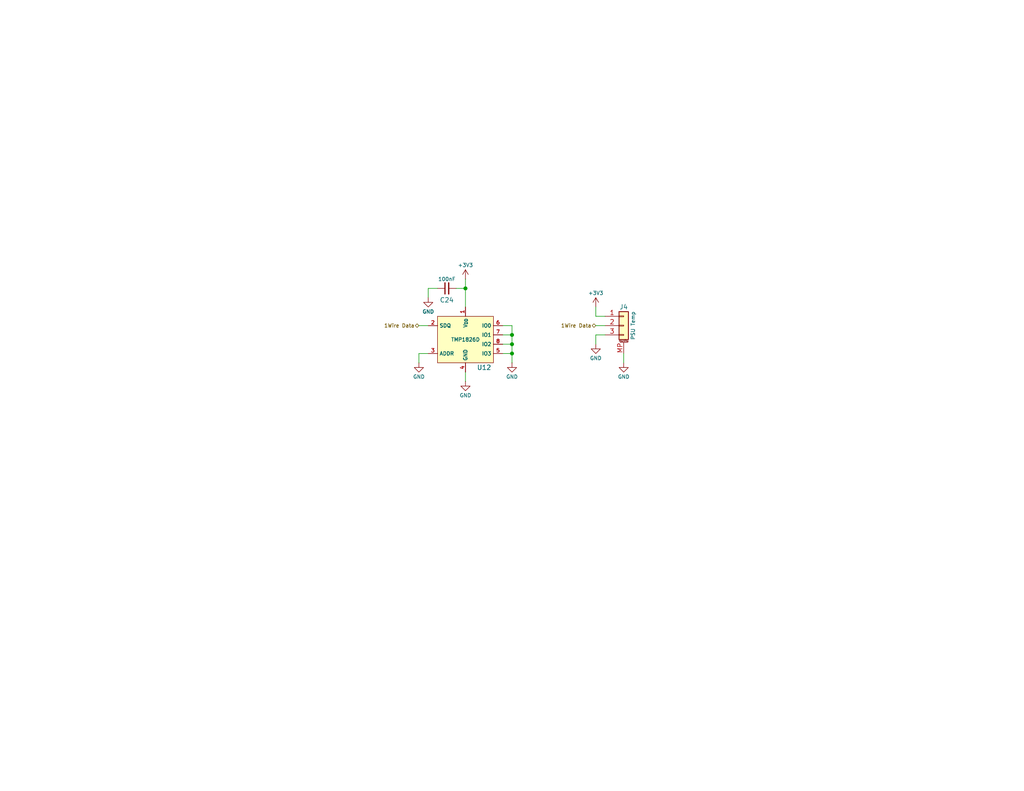
<source format=kicad_sch>
(kicad_sch (version 20231120) (generator "eeschema") (generator_version "8.0")
  (paper "USLetter")
  (title_block (title "Temperature Sensors") (date "2025-02-06") (rev "1.0.1") (company "Erratic.Tech"))
  (lib_symbols
    (symbol "KiLight Mono:+3V3" (power) (pin_numbers hide) (pin_names (offset 0) hide)
      (property "Value" "+3V3" (at 0 3.556 0))
      (symbol "+3V3_0_1"
        (polyline (pts (xy -0.762 1.27) (xy 0 2.54)))
        (polyline (pts (xy 0 0) (xy 0 2.54)))
        (polyline (pts (xy 0 2.54) (xy 0.762 1.27)))
      )
      (symbol "+3V3_1_1"
        (pin power_in line (at 0 0 90) (length 0) (name "~") (number "1"))
      )
    )
    (symbol "KiLight Mono:C_Small" (pin_numbers hide) (pin_names (offset 0.254) hide)
      (property "Reference" "C" (at 0.254 1.778 0))
      (property "Value" "C_Small" (at 0.254 -2.032 0))
      (symbol "C_Small_0_1"
        (polyline (pts (xy -1.524 -0.508) (xy 1.524 -0.508)) (stroke (width 0.3302)))
        (polyline (pts (xy -1.524 0.508) (xy 1.524 0.508)) (stroke (width 0.3048)))
      )
      (symbol "C_Small_1_1"
        (pin passive line (at 0 2.54 270) (length 2.032) (name "~") (number "1"))
        (pin passive line (at 0 -2.54 90) (length 2.032) (name "~") (number "2"))
      )
    )
    (symbol "KiLight Mono:Conn_01x03_MountingPin" (pin_names (offset 1.016) hide)
      (property "Reference" "J" (at 0 5.08 0))
      (property "Value" "Conn_01x03_MountingPin" (at 1.27 -5.08 0))
      (symbol "Conn_01x03_MountingPin_1_1"
        (rectangle (start -1.27 -2.413) (end 0 -2.667) (stroke (width 0.1524)))
        (rectangle (start -1.27 0.127) (end 0 -0.127) (stroke (width 0.1524)))
        (rectangle (start -1.27 2.667) (end 0 2.413) (stroke (width 0.1524)))
        (rectangle (start -1.27 3.81) (end 1.27 -3.81) (stroke (width 0.254)) (fill (type background)))
        (polyline (pts (xy -1.016 -4.572) (xy 1.016 -4.572)) (stroke (width 0.1524)))
        (text "Mounting" (at 0 -4.191 0) (effects (font (size 0.381 0.381))))
        (pin passive line (at -5.08 2.54 0) (length 3.81) (name "Pin_1") (number "1"))
        (pin passive line (at -5.08 0 0) (length 3.81) (name "Pin_2") (number "2"))
        (pin passive line (at -5.08 -2.54 0) (length 3.81) (name "Pin_3") (number "3"))
        (pin passive line (at 0 -7.62 90) (length 3.048) (name "MountPin") (number "MP"))
      )
    )
    (symbol "KiLight Mono:GND" (power) (pin_numbers hide) (pin_names (offset 0) hide)
      (property "Value" "GND" (at 0 -3.81 0))
      (symbol "GND_0_1"
        (polyline (pts (xy 0 0) (xy 0 -1.27) (xy 1.27 -1.27) (xy 0 -2.54) (xy -1.27 -1.27) (xy 0 -1.27)))
      )
      (symbol "GND_1_1"
        (pin power_in line (at 0 0 270) (length 0) (name "~") (number "1"))
      )
    )
    (symbol "KiLight Mono:TMP1826D"
      (property "Reference" "U" (at 6.35 -7.62 0))
      (property "Value" "TMP1826D" (at 6.35 7.62 0))
      (symbol "TMP1826D_1_1"
        (rectangle (start -7.62 6.35) (end 7.62 -6.35) (fill (type background)))
        (pin power_in line (at 0 8.89 270) (length 2.54) (name "V_{DD}") (number "1"))
        (pin input line (at -10.16 3.81 0) (length 2.54) (name "SDQ") (number "2"))
        (pin passive line (at -10.16 -3.81 0) (length 2.54) (name "ADDR") (number "3"))
        (pin power_in line (at 0 -8.89 90) (length 2.54) (name "GND") (number "4"))
        (pin open_collector line (at 10.16 -3.81 180) (length 2.54) (name "IO3") (number "5"))
        (pin open_collector line (at 10.16 3.81 180) (length 2.54) (name "IO0") (number "6"))
        (pin open_collector line (at 10.16 1.27 180) (length 2.54) (name "IO1") (number "7"))
        (pin open_collector line (at 10.16 -1.27 180) (length 2.54) (name "IO2") (number "8"))
      )
    )
  )
  (junction (at 139.7 96.52))
  (junction (at 139.7 93.98))
  (junction (at 139.7 91.44))
  (junction (at 127 78.74))
  (wire (pts (xy 114.3 88.9) (xy 116.84 88.9)))
  (wire (pts (xy 114.3 99.06) (xy 114.3 96.52)))
  (wire (pts (xy 116.84 78.74) (xy 116.84 81.28)))
  (wire (pts (xy 165.1 86.36) (xy 162.56 86.36)))
  (wire (pts (xy 114.3 96.52) (xy 116.84 96.52)))
  (wire (pts (xy 127 76.2) (xy 127 78.74)))
  (wire (pts (xy 139.7 88.9) (xy 139.7 91.44)))
  (wire (pts (xy 162.56 88.9) (xy 165.1 88.9)))
  (wire (pts (xy 162.56 91.44) (xy 165.1 91.44)))
  (wire (pts (xy 124.46 78.74) (xy 127 78.74)))
  (wire (pts (xy 162.56 86.36) (xy 162.56 83.82)))
  (wire (pts (xy 139.7 91.44) (xy 139.7 93.98)))
  (wire (pts (xy 119.38 78.74) (xy 116.84 78.74)))
  (wire (pts (xy 137.16 88.9) (xy 139.7 88.9)))
  (wire (pts (xy 139.7 96.52) (xy 137.16 96.52)))
  (wire (pts (xy 139.7 99.06) (xy 139.7 96.52)))
  (wire (pts (xy 127 78.74) (xy 127 83.82)))
  (wire (pts (xy 170.18 96.52) (xy 170.18 99.06)))
  (wire (pts (xy 139.7 93.98) (xy 139.7 96.52)))
  (wire (pts (xy 127 101.6) (xy 127 104.14)))
  (wire (pts (xy 162.56 93.98) (xy 162.56 91.44)))
  (wire (pts (xy 137.16 93.98) (xy 139.7 93.98)))
  (wire (pts (xy 137.16 91.44) (xy 139.7 91.44)))
  (hierarchical_label "1Wire Data" (shape bidirectional) (at 114.3 88.9 180) (effects (font (size 1 1))))
  (hierarchical_label "1Wire Data" (shape bidirectional) (at 162.56 88.9 180) (effects (font (size 1 1))))
  (symbol (lib_id "KiLight Mono:GND") (at 170.18 99.06 0) (unit 1)
    (property "Reference" "#PWR0100" (effects (hide yes)))
    (property "Value" "GND" (at 170.18 102.87 0) (effects (font (size 1 1))))
    (property "Description" "Power symbol creates a global label with name \"GND\" , ground" (effects (hide yes)))
  )
  (symbol (lib_id "KiLight Mono:GND") (at 114.3 99.06 0) (unit 1)
    (property "Reference" "#PWR0103" (effects (hide yes)))
    (property "Value" "GND" (at 114.3 102.87 0) (effects (font (size 1 1))))
    (property "Description" "Power symbol creates a global label with name \"GND\" , ground" (effects (hide yes)))
  )
  (symbol (lib_id "KiLight Mono:GND") (at 127 104.14 0) (unit 1)
    (property "Reference" "#PWR097" (effects (hide yes)))
    (property "Value" "GND" (at 127 107.95 0) (effects (font (size 1 1))))
    (property "Description" "Power symbol creates a global label with name \"GND\" , ground" (effects (hide yes)))
  )
  (symbol (lib_id "KiLight Mono:+3V3") (at 162.56 83.82 0) (unit 1)
    (property "Reference" "#PWR098" (effects (hide yes)))
    (property "Value" "+3V3" (at 162.56 80.01 0) (effects (font (size 1 1))))
    (property "Description" "Power symbol creates a global label with name \"+3V3\"" (effects (hide yes)))
  )
  (symbol (lib_id "KiLight Mono:GND") (at 139.7 99.06 0) (unit 1)
    (property "Reference" "#PWR0102" (effects (hide yes)))
    (property "Value" "GND" (at 139.7 102.87 0) (effects (font (size 1 1))))
    (property "Description" "Power symbol creates a global label with name \"GND\" , ground" (effects (hide yes)))
  )
  (symbol (lib_id "KiLight Mono:GND") (at 162.56 93.98 0) (unit 1)
    (property "Reference" "#PWR099" (effects (hide yes)))
    (property "Value" "GND" (at 162.56 97.79 0) (effects (font (size 1 1))))
    (property "Description" "Power symbol creates a global label with name \"GND\" , ground" (effects (hide yes)))
  )
  (symbol (lib_id "KiLight Mono:Conn_01x03_MountingPin") (at 170.18 88.9 0) (unit 1)
    (property "Reference" "J4" (at 170.18 83.82 0))
    (property "Value" "PSU Temp" (at 172.72 88.9 90) (effects (font (size 1 1))))
    (property "Footprint" "Connectors - Molex - Extra:Molex_DuraClik_502352-03XX_1x03-1MP-P2.00mm_SMD_Horizontal" (effects (hide yes)))
    (property "Description" "Generic connectable mounting pin connector, single row, 01x03, script generated (kicad-library-utils/schlib/autogen/connector/)" (effects (hide yes)))
    (property "Part Number" "502352-0310" (effects (hide yes)))
  )
  (symbol (lib_id "KiLight Mono:C_Small") (at 121.92 78.74 90) (unit 1)
    (property "Reference" "C24" (at 121.92 81.915 90))
    (property "Value" "100nF" (at 121.92 76.2 90) (effects (font (size 1 1))))
    (property "Footprint" "Capacitor_SMD:C_0603_1608Metric" (effects (hide yes)))
    (property "Part Number" "C0603C104K5RACTU" (effects (hide yes)))
  )
  (symbol (lib_id "KiLight Mono:GND") (at 116.84 81.28 0) (unit 1)
    (property "Reference" "#PWR095" (effects (hide yes)))
    (property "Value" "GND" (at 116.84 85.09 0) (effects (font (size 1 1))))
    (property "Description" "Power symbol creates a global label with name \"GND\" , ground" (effects (hide yes)))
  )
  (symbol (lib_id "KiLight Mono:TMP1826D") (at 127 92.71 0) (unit 1)
    (property "Reference" "U12" (at 132.08 100.33 0))
    (property "Value" "TMP1826D" (at 127 92.71 0) (effects (font (size 1 1))))
    (property "Footprint" "Package_SO-Local:Texas_DGK0008A_VSSOP-8_3x3mm_P0.65mm" (effects (hide yes)))
    (property "Datasheet" "https://www.ti.com/lit/ds/symlink/tmp1826.pdf" (effects (hide yes)))
    (property "Description" "2-Kbit EEPROM, With Integrated ±0.2°C Temperature Sensor, Compatible With 1-Wire® Protocol" (effects (hide yes)))
    (property "Part Number" "TMP1826DGKR" (effects (hide yes)))
  )
  (symbol (lib_id "KiLight Mono:+3V3") (at 127 76.2 0) (unit 1)
    (property "Reference" "#PWR096" (effects (hide yes)))
    (property "Value" "+3V3" (at 127 72.39 0) (effects (font (size 1 1))))
    (property "Description" "Power symbol creates a global label with name \"+3V3\"" (effects (hide yes)))
  )
)
</source>
